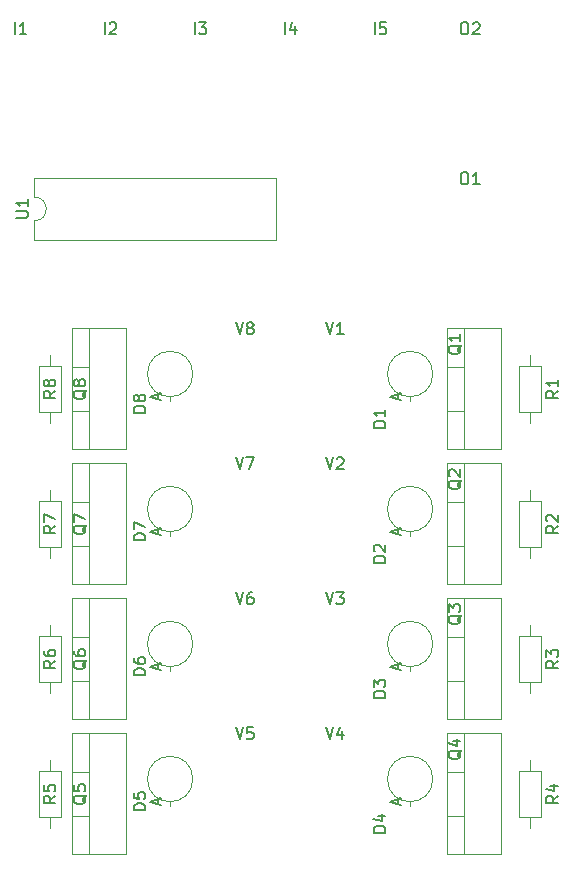
<source format=gbr>
G04 #@! TF.GenerationSoftware,KiCad,Pcbnew,(5.1.2)-2*
G04 #@! TF.CreationDate,2019-07-16T17:36:30-04:00*
G04 #@! TF.ProjectId,8 bit serial to parallel,38206269-7420-4736-9572-69616c20746f,rev?*
G04 #@! TF.SameCoordinates,Original*
G04 #@! TF.FileFunction,Legend,Top*
G04 #@! TF.FilePolarity,Positive*
%FSLAX46Y46*%
G04 Gerber Fmt 4.6, Leading zero omitted, Abs format (unit mm)*
G04 Created by KiCad (PCBNEW (5.1.2)-2) date 2019-07-16 17:36:30*
%MOMM*%
%LPD*%
G04 APERTURE LIST*
%ADD10C,0.120000*%
%ADD11C,0.150000*%
G04 APERTURE END LIST*
D10*
X52010000Y-50690000D02*
X52010000Y-52340000D01*
X72450000Y-50690000D02*
X52010000Y-50690000D01*
X72450000Y-55990000D02*
X72450000Y-50690000D01*
X52010000Y-55990000D02*
X72450000Y-55990000D01*
X52010000Y-54340000D02*
X52010000Y-55990000D01*
X52010000Y-52340000D02*
G75*
G02X52010000Y-54340000I0J-1000000D01*
G01*
X53340000Y-71450000D02*
X53340000Y-70500000D01*
X53340000Y-65710000D02*
X53340000Y-66660000D01*
X54260000Y-70500000D02*
X54260000Y-66660000D01*
X52420000Y-70500000D02*
X54260000Y-70500000D01*
X52420000Y-66660000D02*
X52420000Y-70500000D01*
X54260000Y-66660000D02*
X52420000Y-66660000D01*
X53340000Y-82880000D02*
X53340000Y-81930000D01*
X53340000Y-77140000D02*
X53340000Y-78090000D01*
X54260000Y-81930000D02*
X54260000Y-78090000D01*
X52420000Y-81930000D02*
X54260000Y-81930000D01*
X52420000Y-78090000D02*
X52420000Y-81930000D01*
X54260000Y-78090000D02*
X52420000Y-78090000D01*
X53340000Y-94310000D02*
X53340000Y-93360000D01*
X53340000Y-88570000D02*
X53340000Y-89520000D01*
X54260000Y-93360000D02*
X54260000Y-89520000D01*
X52420000Y-93360000D02*
X54260000Y-93360000D01*
X52420000Y-89520000D02*
X52420000Y-93360000D01*
X54260000Y-89520000D02*
X52420000Y-89520000D01*
X53340000Y-105740000D02*
X53340000Y-104790000D01*
X53340000Y-100000000D02*
X53340000Y-100950000D01*
X54260000Y-104790000D02*
X54260000Y-100950000D01*
X52420000Y-104790000D02*
X54260000Y-104790000D01*
X52420000Y-100950000D02*
X52420000Y-104790000D01*
X54260000Y-100950000D02*
X52420000Y-100950000D01*
X93980000Y-105740000D02*
X93980000Y-104790000D01*
X93980000Y-100000000D02*
X93980000Y-100950000D01*
X94900000Y-104790000D02*
X94900000Y-100950000D01*
X93060000Y-104790000D02*
X94900000Y-104790000D01*
X93060000Y-100950000D02*
X93060000Y-104790000D01*
X94900000Y-100950000D02*
X93060000Y-100950000D01*
X93980000Y-94310000D02*
X93980000Y-93360000D01*
X93980000Y-88570000D02*
X93980000Y-89520000D01*
X94900000Y-93360000D02*
X94900000Y-89520000D01*
X93060000Y-93360000D02*
X94900000Y-93360000D01*
X93060000Y-89520000D02*
X93060000Y-93360000D01*
X94900000Y-89520000D02*
X93060000Y-89520000D01*
X93980000Y-82880000D02*
X93980000Y-81930000D01*
X93980000Y-77140000D02*
X93980000Y-78090000D01*
X94900000Y-81930000D02*
X94900000Y-78090000D01*
X93060000Y-81930000D02*
X94900000Y-81930000D01*
X93060000Y-78090000D02*
X93060000Y-81930000D01*
X94900000Y-78090000D02*
X93060000Y-78090000D01*
X93980000Y-71450000D02*
X93980000Y-70500000D01*
X93980000Y-65710000D02*
X93980000Y-66660000D01*
X94900000Y-70500000D02*
X94900000Y-66660000D01*
X93060000Y-70500000D02*
X94900000Y-70500000D01*
X93060000Y-66660000D02*
X93060000Y-70500000D01*
X94900000Y-66660000D02*
X93060000Y-66660000D01*
X55150000Y-66729000D02*
X56660000Y-66729000D01*
X55150000Y-70430000D02*
X56660000Y-70430000D01*
X56660000Y-73700000D02*
X56660000Y-63460000D01*
X55150000Y-63460000D02*
X59791000Y-63460000D01*
X55150000Y-73700000D02*
X59791000Y-73700000D01*
X59791000Y-73700000D02*
X59791000Y-63460000D01*
X55150000Y-73700000D02*
X55150000Y-63460000D01*
X55150000Y-78159000D02*
X56660000Y-78159000D01*
X55150000Y-81860000D02*
X56660000Y-81860000D01*
X56660000Y-85130000D02*
X56660000Y-74890000D01*
X55150000Y-74890000D02*
X59791000Y-74890000D01*
X55150000Y-85130000D02*
X59791000Y-85130000D01*
X59791000Y-85130000D02*
X59791000Y-74890000D01*
X55150000Y-85130000D02*
X55150000Y-74890000D01*
X55150000Y-89589000D02*
X56660000Y-89589000D01*
X55150000Y-93290000D02*
X56660000Y-93290000D01*
X56660000Y-96560000D02*
X56660000Y-86320000D01*
X55150000Y-86320000D02*
X59791000Y-86320000D01*
X55150000Y-96560000D02*
X59791000Y-96560000D01*
X59791000Y-96560000D02*
X59791000Y-86320000D01*
X55150000Y-96560000D02*
X55150000Y-86320000D01*
X55150000Y-101019000D02*
X56660000Y-101019000D01*
X55150000Y-104720000D02*
X56660000Y-104720000D01*
X56660000Y-107990000D02*
X56660000Y-97750000D01*
X55150000Y-97750000D02*
X59791000Y-97750000D01*
X55150000Y-107990000D02*
X59791000Y-107990000D01*
X59791000Y-107990000D02*
X59791000Y-97750000D01*
X55150000Y-107990000D02*
X55150000Y-97750000D01*
X86900000Y-101019000D02*
X88410000Y-101019000D01*
X86900000Y-104720000D02*
X88410000Y-104720000D01*
X88410000Y-107990000D02*
X88410000Y-97750000D01*
X86900000Y-97750000D02*
X91541000Y-97750000D01*
X86900000Y-107990000D02*
X91541000Y-107990000D01*
X91541000Y-107990000D02*
X91541000Y-97750000D01*
X86900000Y-107990000D02*
X86900000Y-97750000D01*
X86900000Y-89589000D02*
X88410000Y-89589000D01*
X86900000Y-93290000D02*
X88410000Y-93290000D01*
X88410000Y-96560000D02*
X88410000Y-86320000D01*
X86900000Y-86320000D02*
X91541000Y-86320000D01*
X86900000Y-96560000D02*
X91541000Y-96560000D01*
X91541000Y-96560000D02*
X91541000Y-86320000D01*
X86900000Y-96560000D02*
X86900000Y-86320000D01*
X86900000Y-78159000D02*
X88410000Y-78159000D01*
X86900000Y-81860000D02*
X88410000Y-81860000D01*
X88410000Y-85130000D02*
X88410000Y-74890000D01*
X86900000Y-74890000D02*
X91541000Y-74890000D01*
X86900000Y-85130000D02*
X91541000Y-85130000D01*
X91541000Y-85130000D02*
X91541000Y-74890000D01*
X86900000Y-85130000D02*
X86900000Y-74890000D01*
X86900000Y-66729000D02*
X88410000Y-66729000D01*
X86900000Y-70430000D02*
X88410000Y-70430000D01*
X88410000Y-73700000D02*
X88410000Y-63460000D01*
X86900000Y-63460000D02*
X91541000Y-63460000D01*
X86900000Y-73700000D02*
X91541000Y-73700000D01*
X91541000Y-73700000D02*
X91541000Y-63460000D01*
X86900000Y-73700000D02*
X86900000Y-63460000D01*
X63500000Y-69230000D02*
X63500000Y-69620000D01*
X65420000Y-67310000D02*
G75*
G03X65420000Y-67310000I-1920000J0D01*
G01*
X63500000Y-80660000D02*
X63500000Y-81050000D01*
X65420000Y-78740000D02*
G75*
G03X65420000Y-78740000I-1920000J0D01*
G01*
X63500000Y-92090000D02*
X63500000Y-92480000D01*
X65420000Y-90170000D02*
G75*
G03X65420000Y-90170000I-1920000J0D01*
G01*
X63500000Y-103520000D02*
X63500000Y-103910000D01*
X65420000Y-101600000D02*
G75*
G03X65420000Y-101600000I-1920000J0D01*
G01*
X83820000Y-103520000D02*
X83820000Y-103910000D01*
X85740000Y-101600000D02*
G75*
G03X85740000Y-101600000I-1920000J0D01*
G01*
X83820000Y-92090000D02*
X83820000Y-92480000D01*
X85740000Y-90170000D02*
G75*
G03X85740000Y-90170000I-1920000J0D01*
G01*
X83820000Y-80660000D02*
X83820000Y-81050000D01*
X85740000Y-78740000D02*
G75*
G03X85740000Y-78740000I-1920000J0D01*
G01*
X83820000Y-69230000D02*
X83820000Y-69620000D01*
X85740000Y-67310000D02*
G75*
G03X85740000Y-67310000I-1920000J0D01*
G01*
D11*
X50462380Y-54101904D02*
X51271904Y-54101904D01*
X51367142Y-54054285D01*
X51414761Y-54006666D01*
X51462380Y-53911428D01*
X51462380Y-53720952D01*
X51414761Y-53625714D01*
X51367142Y-53578095D01*
X51271904Y-53530476D01*
X50462380Y-53530476D01*
X51462380Y-52530476D02*
X51462380Y-53101904D01*
X51462380Y-52816190D02*
X50462380Y-52816190D01*
X50605238Y-52911428D01*
X50700476Y-53006666D01*
X50748095Y-53101904D01*
X88328571Y-50252380D02*
X88519047Y-50252380D01*
X88614285Y-50300000D01*
X88709523Y-50395238D01*
X88757142Y-50585714D01*
X88757142Y-50919047D01*
X88709523Y-51109523D01*
X88614285Y-51204761D01*
X88519047Y-51252380D01*
X88328571Y-51252380D01*
X88233333Y-51204761D01*
X88138095Y-51109523D01*
X88090476Y-50919047D01*
X88090476Y-50585714D01*
X88138095Y-50395238D01*
X88233333Y-50300000D01*
X88328571Y-50252380D01*
X89709523Y-51252380D02*
X89138095Y-51252380D01*
X89423809Y-51252380D02*
X89423809Y-50252380D01*
X89328571Y-50395238D01*
X89233333Y-50490476D01*
X89138095Y-50538095D01*
X53792380Y-68746666D02*
X53316190Y-69080000D01*
X53792380Y-69318095D02*
X52792380Y-69318095D01*
X52792380Y-68937142D01*
X52840000Y-68841904D01*
X52887619Y-68794285D01*
X52982857Y-68746666D01*
X53125714Y-68746666D01*
X53220952Y-68794285D01*
X53268571Y-68841904D01*
X53316190Y-68937142D01*
X53316190Y-69318095D01*
X53220952Y-68175238D02*
X53173333Y-68270476D01*
X53125714Y-68318095D01*
X53030476Y-68365714D01*
X52982857Y-68365714D01*
X52887619Y-68318095D01*
X52840000Y-68270476D01*
X52792380Y-68175238D01*
X52792380Y-67984761D01*
X52840000Y-67889523D01*
X52887619Y-67841904D01*
X52982857Y-67794285D01*
X53030476Y-67794285D01*
X53125714Y-67841904D01*
X53173333Y-67889523D01*
X53220952Y-67984761D01*
X53220952Y-68175238D01*
X53268571Y-68270476D01*
X53316190Y-68318095D01*
X53411428Y-68365714D01*
X53601904Y-68365714D01*
X53697142Y-68318095D01*
X53744761Y-68270476D01*
X53792380Y-68175238D01*
X53792380Y-67984761D01*
X53744761Y-67889523D01*
X53697142Y-67841904D01*
X53601904Y-67794285D01*
X53411428Y-67794285D01*
X53316190Y-67841904D01*
X53268571Y-67889523D01*
X53220952Y-67984761D01*
X53792380Y-80176666D02*
X53316190Y-80510000D01*
X53792380Y-80748095D02*
X52792380Y-80748095D01*
X52792380Y-80367142D01*
X52840000Y-80271904D01*
X52887619Y-80224285D01*
X52982857Y-80176666D01*
X53125714Y-80176666D01*
X53220952Y-80224285D01*
X53268571Y-80271904D01*
X53316190Y-80367142D01*
X53316190Y-80748095D01*
X52792380Y-79843333D02*
X52792380Y-79176666D01*
X53792380Y-79605238D01*
X53792380Y-91606666D02*
X53316190Y-91940000D01*
X53792380Y-92178095D02*
X52792380Y-92178095D01*
X52792380Y-91797142D01*
X52840000Y-91701904D01*
X52887619Y-91654285D01*
X52982857Y-91606666D01*
X53125714Y-91606666D01*
X53220952Y-91654285D01*
X53268571Y-91701904D01*
X53316190Y-91797142D01*
X53316190Y-92178095D01*
X52792380Y-90749523D02*
X52792380Y-90940000D01*
X52840000Y-91035238D01*
X52887619Y-91082857D01*
X53030476Y-91178095D01*
X53220952Y-91225714D01*
X53601904Y-91225714D01*
X53697142Y-91178095D01*
X53744761Y-91130476D01*
X53792380Y-91035238D01*
X53792380Y-90844761D01*
X53744761Y-90749523D01*
X53697142Y-90701904D01*
X53601904Y-90654285D01*
X53363809Y-90654285D01*
X53268571Y-90701904D01*
X53220952Y-90749523D01*
X53173333Y-90844761D01*
X53173333Y-91035238D01*
X53220952Y-91130476D01*
X53268571Y-91178095D01*
X53363809Y-91225714D01*
X53792380Y-103036666D02*
X53316190Y-103370000D01*
X53792380Y-103608095D02*
X52792380Y-103608095D01*
X52792380Y-103227142D01*
X52840000Y-103131904D01*
X52887619Y-103084285D01*
X52982857Y-103036666D01*
X53125714Y-103036666D01*
X53220952Y-103084285D01*
X53268571Y-103131904D01*
X53316190Y-103227142D01*
X53316190Y-103608095D01*
X52792380Y-102131904D02*
X52792380Y-102608095D01*
X53268571Y-102655714D01*
X53220952Y-102608095D01*
X53173333Y-102512857D01*
X53173333Y-102274761D01*
X53220952Y-102179523D01*
X53268571Y-102131904D01*
X53363809Y-102084285D01*
X53601904Y-102084285D01*
X53697142Y-102131904D01*
X53744761Y-102179523D01*
X53792380Y-102274761D01*
X53792380Y-102512857D01*
X53744761Y-102608095D01*
X53697142Y-102655714D01*
X96352380Y-103036666D02*
X95876190Y-103370000D01*
X96352380Y-103608095D02*
X95352380Y-103608095D01*
X95352380Y-103227142D01*
X95400000Y-103131904D01*
X95447619Y-103084285D01*
X95542857Y-103036666D01*
X95685714Y-103036666D01*
X95780952Y-103084285D01*
X95828571Y-103131904D01*
X95876190Y-103227142D01*
X95876190Y-103608095D01*
X95685714Y-102179523D02*
X96352380Y-102179523D01*
X95304761Y-102417619D02*
X96019047Y-102655714D01*
X96019047Y-102036666D01*
X96352380Y-91606666D02*
X95876190Y-91940000D01*
X96352380Y-92178095D02*
X95352380Y-92178095D01*
X95352380Y-91797142D01*
X95400000Y-91701904D01*
X95447619Y-91654285D01*
X95542857Y-91606666D01*
X95685714Y-91606666D01*
X95780952Y-91654285D01*
X95828571Y-91701904D01*
X95876190Y-91797142D01*
X95876190Y-92178095D01*
X95352380Y-91273333D02*
X95352380Y-90654285D01*
X95733333Y-90987619D01*
X95733333Y-90844761D01*
X95780952Y-90749523D01*
X95828571Y-90701904D01*
X95923809Y-90654285D01*
X96161904Y-90654285D01*
X96257142Y-90701904D01*
X96304761Y-90749523D01*
X96352380Y-90844761D01*
X96352380Y-91130476D01*
X96304761Y-91225714D01*
X96257142Y-91273333D01*
X96352380Y-80176666D02*
X95876190Y-80510000D01*
X96352380Y-80748095D02*
X95352380Y-80748095D01*
X95352380Y-80367142D01*
X95400000Y-80271904D01*
X95447619Y-80224285D01*
X95542857Y-80176666D01*
X95685714Y-80176666D01*
X95780952Y-80224285D01*
X95828571Y-80271904D01*
X95876190Y-80367142D01*
X95876190Y-80748095D01*
X95447619Y-79795714D02*
X95400000Y-79748095D01*
X95352380Y-79652857D01*
X95352380Y-79414761D01*
X95400000Y-79319523D01*
X95447619Y-79271904D01*
X95542857Y-79224285D01*
X95638095Y-79224285D01*
X95780952Y-79271904D01*
X96352380Y-79843333D01*
X96352380Y-79224285D01*
X96352380Y-68746666D02*
X95876190Y-69080000D01*
X96352380Y-69318095D02*
X95352380Y-69318095D01*
X95352380Y-68937142D01*
X95400000Y-68841904D01*
X95447619Y-68794285D01*
X95542857Y-68746666D01*
X95685714Y-68746666D01*
X95780952Y-68794285D01*
X95828571Y-68841904D01*
X95876190Y-68937142D01*
X95876190Y-69318095D01*
X96352380Y-67794285D02*
X96352380Y-68365714D01*
X96352380Y-68080000D02*
X95352380Y-68080000D01*
X95495238Y-68175238D01*
X95590476Y-68270476D01*
X95638095Y-68365714D01*
X56427619Y-68675238D02*
X56380000Y-68770476D01*
X56284761Y-68865714D01*
X56141904Y-69008571D01*
X56094285Y-69103809D01*
X56094285Y-69199047D01*
X56332380Y-69151428D02*
X56284761Y-69246666D01*
X56189523Y-69341904D01*
X55999047Y-69389523D01*
X55665714Y-69389523D01*
X55475238Y-69341904D01*
X55380000Y-69246666D01*
X55332380Y-69151428D01*
X55332380Y-68960952D01*
X55380000Y-68865714D01*
X55475238Y-68770476D01*
X55665714Y-68722857D01*
X55999047Y-68722857D01*
X56189523Y-68770476D01*
X56284761Y-68865714D01*
X56332380Y-68960952D01*
X56332380Y-69151428D01*
X55760952Y-68151428D02*
X55713333Y-68246666D01*
X55665714Y-68294285D01*
X55570476Y-68341904D01*
X55522857Y-68341904D01*
X55427619Y-68294285D01*
X55380000Y-68246666D01*
X55332380Y-68151428D01*
X55332380Y-67960952D01*
X55380000Y-67865714D01*
X55427619Y-67818095D01*
X55522857Y-67770476D01*
X55570476Y-67770476D01*
X55665714Y-67818095D01*
X55713333Y-67865714D01*
X55760952Y-67960952D01*
X55760952Y-68151428D01*
X55808571Y-68246666D01*
X55856190Y-68294285D01*
X55951428Y-68341904D01*
X56141904Y-68341904D01*
X56237142Y-68294285D01*
X56284761Y-68246666D01*
X56332380Y-68151428D01*
X56332380Y-67960952D01*
X56284761Y-67865714D01*
X56237142Y-67818095D01*
X56141904Y-67770476D01*
X55951428Y-67770476D01*
X55856190Y-67818095D01*
X55808571Y-67865714D01*
X55760952Y-67960952D01*
X56427619Y-80105238D02*
X56380000Y-80200476D01*
X56284761Y-80295714D01*
X56141904Y-80438571D01*
X56094285Y-80533809D01*
X56094285Y-80629047D01*
X56332380Y-80581428D02*
X56284761Y-80676666D01*
X56189523Y-80771904D01*
X55999047Y-80819523D01*
X55665714Y-80819523D01*
X55475238Y-80771904D01*
X55380000Y-80676666D01*
X55332380Y-80581428D01*
X55332380Y-80390952D01*
X55380000Y-80295714D01*
X55475238Y-80200476D01*
X55665714Y-80152857D01*
X55999047Y-80152857D01*
X56189523Y-80200476D01*
X56284761Y-80295714D01*
X56332380Y-80390952D01*
X56332380Y-80581428D01*
X55332380Y-79819523D02*
X55332380Y-79152857D01*
X56332380Y-79581428D01*
X56427619Y-91535238D02*
X56380000Y-91630476D01*
X56284761Y-91725714D01*
X56141904Y-91868571D01*
X56094285Y-91963809D01*
X56094285Y-92059047D01*
X56332380Y-92011428D02*
X56284761Y-92106666D01*
X56189523Y-92201904D01*
X55999047Y-92249523D01*
X55665714Y-92249523D01*
X55475238Y-92201904D01*
X55380000Y-92106666D01*
X55332380Y-92011428D01*
X55332380Y-91820952D01*
X55380000Y-91725714D01*
X55475238Y-91630476D01*
X55665714Y-91582857D01*
X55999047Y-91582857D01*
X56189523Y-91630476D01*
X56284761Y-91725714D01*
X56332380Y-91820952D01*
X56332380Y-92011428D01*
X55332380Y-90725714D02*
X55332380Y-90916190D01*
X55380000Y-91011428D01*
X55427619Y-91059047D01*
X55570476Y-91154285D01*
X55760952Y-91201904D01*
X56141904Y-91201904D01*
X56237142Y-91154285D01*
X56284761Y-91106666D01*
X56332380Y-91011428D01*
X56332380Y-90820952D01*
X56284761Y-90725714D01*
X56237142Y-90678095D01*
X56141904Y-90630476D01*
X55903809Y-90630476D01*
X55808571Y-90678095D01*
X55760952Y-90725714D01*
X55713333Y-90820952D01*
X55713333Y-91011428D01*
X55760952Y-91106666D01*
X55808571Y-91154285D01*
X55903809Y-91201904D01*
X56427619Y-102965238D02*
X56380000Y-103060476D01*
X56284761Y-103155714D01*
X56141904Y-103298571D01*
X56094285Y-103393809D01*
X56094285Y-103489047D01*
X56332380Y-103441428D02*
X56284761Y-103536666D01*
X56189523Y-103631904D01*
X55999047Y-103679523D01*
X55665714Y-103679523D01*
X55475238Y-103631904D01*
X55380000Y-103536666D01*
X55332380Y-103441428D01*
X55332380Y-103250952D01*
X55380000Y-103155714D01*
X55475238Y-103060476D01*
X55665714Y-103012857D01*
X55999047Y-103012857D01*
X56189523Y-103060476D01*
X56284761Y-103155714D01*
X56332380Y-103250952D01*
X56332380Y-103441428D01*
X55332380Y-102108095D02*
X55332380Y-102584285D01*
X55808571Y-102631904D01*
X55760952Y-102584285D01*
X55713333Y-102489047D01*
X55713333Y-102250952D01*
X55760952Y-102155714D01*
X55808571Y-102108095D01*
X55903809Y-102060476D01*
X56141904Y-102060476D01*
X56237142Y-102108095D01*
X56284761Y-102155714D01*
X56332380Y-102250952D01*
X56332380Y-102489047D01*
X56284761Y-102584285D01*
X56237142Y-102631904D01*
X88177619Y-99155238D02*
X88130000Y-99250476D01*
X88034761Y-99345714D01*
X87891904Y-99488571D01*
X87844285Y-99583809D01*
X87844285Y-99679047D01*
X88082380Y-99631428D02*
X88034761Y-99726666D01*
X87939523Y-99821904D01*
X87749047Y-99869523D01*
X87415714Y-99869523D01*
X87225238Y-99821904D01*
X87130000Y-99726666D01*
X87082380Y-99631428D01*
X87082380Y-99440952D01*
X87130000Y-99345714D01*
X87225238Y-99250476D01*
X87415714Y-99202857D01*
X87749047Y-99202857D01*
X87939523Y-99250476D01*
X88034761Y-99345714D01*
X88082380Y-99440952D01*
X88082380Y-99631428D01*
X87415714Y-98345714D02*
X88082380Y-98345714D01*
X87034761Y-98583809D02*
X87749047Y-98821904D01*
X87749047Y-98202857D01*
X88177619Y-87725238D02*
X88130000Y-87820476D01*
X88034761Y-87915714D01*
X87891904Y-88058571D01*
X87844285Y-88153809D01*
X87844285Y-88249047D01*
X88082380Y-88201428D02*
X88034761Y-88296666D01*
X87939523Y-88391904D01*
X87749047Y-88439523D01*
X87415714Y-88439523D01*
X87225238Y-88391904D01*
X87130000Y-88296666D01*
X87082380Y-88201428D01*
X87082380Y-88010952D01*
X87130000Y-87915714D01*
X87225238Y-87820476D01*
X87415714Y-87772857D01*
X87749047Y-87772857D01*
X87939523Y-87820476D01*
X88034761Y-87915714D01*
X88082380Y-88010952D01*
X88082380Y-88201428D01*
X87082380Y-87439523D02*
X87082380Y-86820476D01*
X87463333Y-87153809D01*
X87463333Y-87010952D01*
X87510952Y-86915714D01*
X87558571Y-86868095D01*
X87653809Y-86820476D01*
X87891904Y-86820476D01*
X87987142Y-86868095D01*
X88034761Y-86915714D01*
X88082380Y-87010952D01*
X88082380Y-87296666D01*
X88034761Y-87391904D01*
X87987142Y-87439523D01*
X88177619Y-76295238D02*
X88130000Y-76390476D01*
X88034761Y-76485714D01*
X87891904Y-76628571D01*
X87844285Y-76723809D01*
X87844285Y-76819047D01*
X88082380Y-76771428D02*
X88034761Y-76866666D01*
X87939523Y-76961904D01*
X87749047Y-77009523D01*
X87415714Y-77009523D01*
X87225238Y-76961904D01*
X87130000Y-76866666D01*
X87082380Y-76771428D01*
X87082380Y-76580952D01*
X87130000Y-76485714D01*
X87225238Y-76390476D01*
X87415714Y-76342857D01*
X87749047Y-76342857D01*
X87939523Y-76390476D01*
X88034761Y-76485714D01*
X88082380Y-76580952D01*
X88082380Y-76771428D01*
X87177619Y-75961904D02*
X87130000Y-75914285D01*
X87082380Y-75819047D01*
X87082380Y-75580952D01*
X87130000Y-75485714D01*
X87177619Y-75438095D01*
X87272857Y-75390476D01*
X87368095Y-75390476D01*
X87510952Y-75438095D01*
X88082380Y-76009523D01*
X88082380Y-75390476D01*
X88177619Y-64865238D02*
X88130000Y-64960476D01*
X88034761Y-65055714D01*
X87891904Y-65198571D01*
X87844285Y-65293809D01*
X87844285Y-65389047D01*
X88082380Y-65341428D02*
X88034761Y-65436666D01*
X87939523Y-65531904D01*
X87749047Y-65579523D01*
X87415714Y-65579523D01*
X87225238Y-65531904D01*
X87130000Y-65436666D01*
X87082380Y-65341428D01*
X87082380Y-65150952D01*
X87130000Y-65055714D01*
X87225238Y-64960476D01*
X87415714Y-64912857D01*
X87749047Y-64912857D01*
X87939523Y-64960476D01*
X88034761Y-65055714D01*
X88082380Y-65150952D01*
X88082380Y-65341428D01*
X88082380Y-63960476D02*
X88082380Y-64531904D01*
X88082380Y-64246190D02*
X87082380Y-64246190D01*
X87225238Y-64341428D01*
X87320476Y-64436666D01*
X87368095Y-64531904D01*
X69040476Y-62952380D02*
X69373809Y-63952380D01*
X69707142Y-62952380D01*
X70183333Y-63380952D02*
X70088095Y-63333333D01*
X70040476Y-63285714D01*
X69992857Y-63190476D01*
X69992857Y-63142857D01*
X70040476Y-63047619D01*
X70088095Y-63000000D01*
X70183333Y-62952380D01*
X70373809Y-62952380D01*
X70469047Y-63000000D01*
X70516666Y-63047619D01*
X70564285Y-63142857D01*
X70564285Y-63190476D01*
X70516666Y-63285714D01*
X70469047Y-63333333D01*
X70373809Y-63380952D01*
X70183333Y-63380952D01*
X70088095Y-63428571D01*
X70040476Y-63476190D01*
X69992857Y-63571428D01*
X69992857Y-63761904D01*
X70040476Y-63857142D01*
X70088095Y-63904761D01*
X70183333Y-63952380D01*
X70373809Y-63952380D01*
X70469047Y-63904761D01*
X70516666Y-63857142D01*
X70564285Y-63761904D01*
X70564285Y-63571428D01*
X70516666Y-63476190D01*
X70469047Y-63428571D01*
X70373809Y-63380952D01*
X69040476Y-74382380D02*
X69373809Y-75382380D01*
X69707142Y-74382380D01*
X69945238Y-74382380D02*
X70611904Y-74382380D01*
X70183333Y-75382380D01*
X69040476Y-85812380D02*
X69373809Y-86812380D01*
X69707142Y-85812380D01*
X70469047Y-85812380D02*
X70278571Y-85812380D01*
X70183333Y-85860000D01*
X70135714Y-85907619D01*
X70040476Y-86050476D01*
X69992857Y-86240952D01*
X69992857Y-86621904D01*
X70040476Y-86717142D01*
X70088095Y-86764761D01*
X70183333Y-86812380D01*
X70373809Y-86812380D01*
X70469047Y-86764761D01*
X70516666Y-86717142D01*
X70564285Y-86621904D01*
X70564285Y-86383809D01*
X70516666Y-86288571D01*
X70469047Y-86240952D01*
X70373809Y-86193333D01*
X70183333Y-86193333D01*
X70088095Y-86240952D01*
X70040476Y-86288571D01*
X69992857Y-86383809D01*
X69040476Y-97242380D02*
X69373809Y-98242380D01*
X69707142Y-97242380D01*
X70516666Y-97242380D02*
X70040476Y-97242380D01*
X69992857Y-97718571D01*
X70040476Y-97670952D01*
X70135714Y-97623333D01*
X70373809Y-97623333D01*
X70469047Y-97670952D01*
X70516666Y-97718571D01*
X70564285Y-97813809D01*
X70564285Y-98051904D01*
X70516666Y-98147142D01*
X70469047Y-98194761D01*
X70373809Y-98242380D01*
X70135714Y-98242380D01*
X70040476Y-98194761D01*
X69992857Y-98147142D01*
X76660476Y-97242380D02*
X76993809Y-98242380D01*
X77327142Y-97242380D01*
X78089047Y-97575714D02*
X78089047Y-98242380D01*
X77850952Y-97194761D02*
X77612857Y-97909047D01*
X78231904Y-97909047D01*
X76660476Y-85812380D02*
X76993809Y-86812380D01*
X77327142Y-85812380D01*
X77565238Y-85812380D02*
X78184285Y-85812380D01*
X77850952Y-86193333D01*
X77993809Y-86193333D01*
X78089047Y-86240952D01*
X78136666Y-86288571D01*
X78184285Y-86383809D01*
X78184285Y-86621904D01*
X78136666Y-86717142D01*
X78089047Y-86764761D01*
X77993809Y-86812380D01*
X77708095Y-86812380D01*
X77612857Y-86764761D01*
X77565238Y-86717142D01*
X76660476Y-74382380D02*
X76993809Y-75382380D01*
X77327142Y-74382380D01*
X77612857Y-74477619D02*
X77660476Y-74430000D01*
X77755714Y-74382380D01*
X77993809Y-74382380D01*
X78089047Y-74430000D01*
X78136666Y-74477619D01*
X78184285Y-74572857D01*
X78184285Y-74668095D01*
X78136666Y-74810952D01*
X77565238Y-75382380D01*
X78184285Y-75382380D01*
X76660476Y-62952380D02*
X76993809Y-63952380D01*
X77327142Y-62952380D01*
X78184285Y-63952380D02*
X77612857Y-63952380D01*
X77898571Y-63952380D02*
X77898571Y-62952380D01*
X77803333Y-63095238D01*
X77708095Y-63190476D01*
X77612857Y-63238095D01*
X50323809Y-38552380D02*
X50323809Y-37552380D01*
X51323809Y-38552380D02*
X50752380Y-38552380D01*
X51038095Y-38552380D02*
X51038095Y-37552380D01*
X50942857Y-37695238D01*
X50847619Y-37790476D01*
X50752380Y-37838095D01*
X57943809Y-38552380D02*
X57943809Y-37552380D01*
X58372380Y-37647619D02*
X58420000Y-37600000D01*
X58515238Y-37552380D01*
X58753333Y-37552380D01*
X58848571Y-37600000D01*
X58896190Y-37647619D01*
X58943809Y-37742857D01*
X58943809Y-37838095D01*
X58896190Y-37980952D01*
X58324761Y-38552380D01*
X58943809Y-38552380D01*
X73183809Y-38552380D02*
X73183809Y-37552380D01*
X74088571Y-37885714D02*
X74088571Y-38552380D01*
X73850476Y-37504761D02*
X73612380Y-38219047D01*
X74231428Y-38219047D01*
X80803809Y-38552380D02*
X80803809Y-37552380D01*
X81756190Y-37552380D02*
X81280000Y-37552380D01*
X81232380Y-38028571D01*
X81280000Y-37980952D01*
X81375238Y-37933333D01*
X81613333Y-37933333D01*
X81708571Y-37980952D01*
X81756190Y-38028571D01*
X81803809Y-38123809D01*
X81803809Y-38361904D01*
X81756190Y-38457142D01*
X81708571Y-38504761D01*
X81613333Y-38552380D01*
X81375238Y-38552380D01*
X81280000Y-38504761D01*
X81232380Y-38457142D01*
X65563809Y-38552380D02*
X65563809Y-37552380D01*
X65944761Y-37552380D02*
X66563809Y-37552380D01*
X66230476Y-37933333D01*
X66373333Y-37933333D01*
X66468571Y-37980952D01*
X66516190Y-38028571D01*
X66563809Y-38123809D01*
X66563809Y-38361904D01*
X66516190Y-38457142D01*
X66468571Y-38504761D01*
X66373333Y-38552380D01*
X66087619Y-38552380D01*
X65992380Y-38504761D01*
X65944761Y-38457142D01*
X88328571Y-37552380D02*
X88519047Y-37552380D01*
X88614285Y-37600000D01*
X88709523Y-37695238D01*
X88757142Y-37885714D01*
X88757142Y-38219047D01*
X88709523Y-38409523D01*
X88614285Y-38504761D01*
X88519047Y-38552380D01*
X88328571Y-38552380D01*
X88233333Y-38504761D01*
X88138095Y-38409523D01*
X88090476Y-38219047D01*
X88090476Y-37885714D01*
X88138095Y-37695238D01*
X88233333Y-37600000D01*
X88328571Y-37552380D01*
X89138095Y-37647619D02*
X89185714Y-37600000D01*
X89280952Y-37552380D01*
X89519047Y-37552380D01*
X89614285Y-37600000D01*
X89661904Y-37647619D01*
X89709523Y-37742857D01*
X89709523Y-37838095D01*
X89661904Y-37980952D01*
X89090476Y-38552380D01*
X89709523Y-38552380D01*
X61412380Y-70588095D02*
X60412380Y-70588095D01*
X60412380Y-70350000D01*
X60460000Y-70207142D01*
X60555238Y-70111904D01*
X60650476Y-70064285D01*
X60840952Y-70016666D01*
X60983809Y-70016666D01*
X61174285Y-70064285D01*
X61269523Y-70111904D01*
X61364761Y-70207142D01*
X61412380Y-70350000D01*
X61412380Y-70588095D01*
X60840952Y-69445238D02*
X60793333Y-69540476D01*
X60745714Y-69588095D01*
X60650476Y-69635714D01*
X60602857Y-69635714D01*
X60507619Y-69588095D01*
X60460000Y-69540476D01*
X60412380Y-69445238D01*
X60412380Y-69254761D01*
X60460000Y-69159523D01*
X60507619Y-69111904D01*
X60602857Y-69064285D01*
X60650476Y-69064285D01*
X60745714Y-69111904D01*
X60793333Y-69159523D01*
X60840952Y-69254761D01*
X60840952Y-69445238D01*
X60888571Y-69540476D01*
X60936190Y-69588095D01*
X61031428Y-69635714D01*
X61221904Y-69635714D01*
X61317142Y-69588095D01*
X61364761Y-69540476D01*
X61412380Y-69445238D01*
X61412380Y-69254761D01*
X61364761Y-69159523D01*
X61317142Y-69111904D01*
X61221904Y-69064285D01*
X61031428Y-69064285D01*
X60936190Y-69111904D01*
X60888571Y-69159523D01*
X60840952Y-69254761D01*
X62466666Y-69458095D02*
X62466666Y-68981904D01*
X62752380Y-69553333D02*
X61752380Y-69220000D01*
X62752380Y-68886666D01*
X61412380Y-81383095D02*
X60412380Y-81383095D01*
X60412380Y-81145000D01*
X60460000Y-81002142D01*
X60555238Y-80906904D01*
X60650476Y-80859285D01*
X60840952Y-80811666D01*
X60983809Y-80811666D01*
X61174285Y-80859285D01*
X61269523Y-80906904D01*
X61364761Y-81002142D01*
X61412380Y-81145000D01*
X61412380Y-81383095D01*
X60412380Y-80478333D02*
X60412380Y-79811666D01*
X61412380Y-80240238D01*
X62466666Y-80888095D02*
X62466666Y-80411904D01*
X62752380Y-80983333D02*
X61752380Y-80650000D01*
X62752380Y-80316666D01*
X61412380Y-92813095D02*
X60412380Y-92813095D01*
X60412380Y-92575000D01*
X60460000Y-92432142D01*
X60555238Y-92336904D01*
X60650476Y-92289285D01*
X60840952Y-92241666D01*
X60983809Y-92241666D01*
X61174285Y-92289285D01*
X61269523Y-92336904D01*
X61364761Y-92432142D01*
X61412380Y-92575000D01*
X61412380Y-92813095D01*
X60412380Y-91384523D02*
X60412380Y-91575000D01*
X60460000Y-91670238D01*
X60507619Y-91717857D01*
X60650476Y-91813095D01*
X60840952Y-91860714D01*
X61221904Y-91860714D01*
X61317142Y-91813095D01*
X61364761Y-91765476D01*
X61412380Y-91670238D01*
X61412380Y-91479761D01*
X61364761Y-91384523D01*
X61317142Y-91336904D01*
X61221904Y-91289285D01*
X60983809Y-91289285D01*
X60888571Y-91336904D01*
X60840952Y-91384523D01*
X60793333Y-91479761D01*
X60793333Y-91670238D01*
X60840952Y-91765476D01*
X60888571Y-91813095D01*
X60983809Y-91860714D01*
X62466666Y-92318095D02*
X62466666Y-91841904D01*
X62752380Y-92413333D02*
X61752380Y-92080000D01*
X62752380Y-91746666D01*
X61412380Y-104243095D02*
X60412380Y-104243095D01*
X60412380Y-104005000D01*
X60460000Y-103862142D01*
X60555238Y-103766904D01*
X60650476Y-103719285D01*
X60840952Y-103671666D01*
X60983809Y-103671666D01*
X61174285Y-103719285D01*
X61269523Y-103766904D01*
X61364761Y-103862142D01*
X61412380Y-104005000D01*
X61412380Y-104243095D01*
X60412380Y-102766904D02*
X60412380Y-103243095D01*
X60888571Y-103290714D01*
X60840952Y-103243095D01*
X60793333Y-103147857D01*
X60793333Y-102909761D01*
X60840952Y-102814523D01*
X60888571Y-102766904D01*
X60983809Y-102719285D01*
X61221904Y-102719285D01*
X61317142Y-102766904D01*
X61364761Y-102814523D01*
X61412380Y-102909761D01*
X61412380Y-103147857D01*
X61364761Y-103243095D01*
X61317142Y-103290714D01*
X62466666Y-103748095D02*
X62466666Y-103271904D01*
X62752380Y-103843333D02*
X61752380Y-103510000D01*
X62752380Y-103176666D01*
X81732380Y-106148095D02*
X80732380Y-106148095D01*
X80732380Y-105910000D01*
X80780000Y-105767142D01*
X80875238Y-105671904D01*
X80970476Y-105624285D01*
X81160952Y-105576666D01*
X81303809Y-105576666D01*
X81494285Y-105624285D01*
X81589523Y-105671904D01*
X81684761Y-105767142D01*
X81732380Y-105910000D01*
X81732380Y-106148095D01*
X81065714Y-104719523D02*
X81732380Y-104719523D01*
X80684761Y-104957619D02*
X81399047Y-105195714D01*
X81399047Y-104576666D01*
X82786666Y-103748095D02*
X82786666Y-103271904D01*
X83072380Y-103843333D02*
X82072380Y-103510000D01*
X83072380Y-103176666D01*
X81732380Y-94718095D02*
X80732380Y-94718095D01*
X80732380Y-94480000D01*
X80780000Y-94337142D01*
X80875238Y-94241904D01*
X80970476Y-94194285D01*
X81160952Y-94146666D01*
X81303809Y-94146666D01*
X81494285Y-94194285D01*
X81589523Y-94241904D01*
X81684761Y-94337142D01*
X81732380Y-94480000D01*
X81732380Y-94718095D01*
X80732380Y-93813333D02*
X80732380Y-93194285D01*
X81113333Y-93527619D01*
X81113333Y-93384761D01*
X81160952Y-93289523D01*
X81208571Y-93241904D01*
X81303809Y-93194285D01*
X81541904Y-93194285D01*
X81637142Y-93241904D01*
X81684761Y-93289523D01*
X81732380Y-93384761D01*
X81732380Y-93670476D01*
X81684761Y-93765714D01*
X81637142Y-93813333D01*
X82786666Y-92318095D02*
X82786666Y-91841904D01*
X83072380Y-92413333D02*
X82072380Y-92080000D01*
X83072380Y-91746666D01*
X81732380Y-83288095D02*
X80732380Y-83288095D01*
X80732380Y-83050000D01*
X80780000Y-82907142D01*
X80875238Y-82811904D01*
X80970476Y-82764285D01*
X81160952Y-82716666D01*
X81303809Y-82716666D01*
X81494285Y-82764285D01*
X81589523Y-82811904D01*
X81684761Y-82907142D01*
X81732380Y-83050000D01*
X81732380Y-83288095D01*
X80827619Y-82335714D02*
X80780000Y-82288095D01*
X80732380Y-82192857D01*
X80732380Y-81954761D01*
X80780000Y-81859523D01*
X80827619Y-81811904D01*
X80922857Y-81764285D01*
X81018095Y-81764285D01*
X81160952Y-81811904D01*
X81732380Y-82383333D01*
X81732380Y-81764285D01*
X82786666Y-80888095D02*
X82786666Y-80411904D01*
X83072380Y-80983333D02*
X82072380Y-80650000D01*
X83072380Y-80316666D01*
X81732380Y-71858095D02*
X80732380Y-71858095D01*
X80732380Y-71620000D01*
X80780000Y-71477142D01*
X80875238Y-71381904D01*
X80970476Y-71334285D01*
X81160952Y-71286666D01*
X81303809Y-71286666D01*
X81494285Y-71334285D01*
X81589523Y-71381904D01*
X81684761Y-71477142D01*
X81732380Y-71620000D01*
X81732380Y-71858095D01*
X81732380Y-70334285D02*
X81732380Y-70905714D01*
X81732380Y-70620000D02*
X80732380Y-70620000D01*
X80875238Y-70715238D01*
X80970476Y-70810476D01*
X81018095Y-70905714D01*
X82786666Y-69458095D02*
X82786666Y-68981904D01*
X83072380Y-69553333D02*
X82072380Y-69220000D01*
X83072380Y-68886666D01*
M02*

</source>
